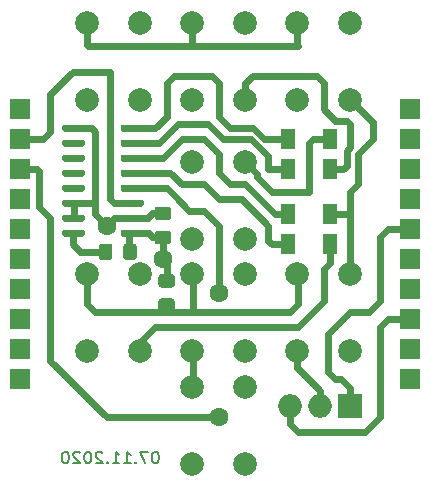
<source format=gbr>
G04 #@! TF.GenerationSoftware,KiCad,Pcbnew,(5.1.8)-1*
G04 #@! TF.CreationDate,2020-11-07T15:34:37+03:00*
G04 #@! TF.ProjectId,ArrowKbd,4172726f-774b-4626-942e-6b696361645f,rev?*
G04 #@! TF.SameCoordinates,Original*
G04 #@! TF.FileFunction,Copper,L2,Bot*
G04 #@! TF.FilePolarity,Positive*
%FSLAX46Y46*%
G04 Gerber Fmt 4.6, Leading zero omitted, Abs format (unit mm)*
G04 Created by KiCad (PCBNEW (5.1.8)-1) date 2020-11-07 15:34:37*
%MOMM*%
%LPD*%
G01*
G04 APERTURE LIST*
G04 #@! TA.AperFunction,NonConductor*
%ADD10C,0.200000*%
G04 #@! TD*
G04 #@! TA.AperFunction,ComponentPad*
%ADD11R,1.700000X1.700000*%
G04 #@! TD*
G04 #@! TA.AperFunction,SMDPad,CuDef*
%ADD12R,1.300000X1.700000*%
G04 #@! TD*
G04 #@! TA.AperFunction,ComponentPad*
%ADD13R,2.000000X2.000000*%
G04 #@! TD*
G04 #@! TA.AperFunction,ComponentPad*
%ADD14O,2.000000X2.000000*%
G04 #@! TD*
G04 #@! TA.AperFunction,ComponentPad*
%ADD15C,2.000000*%
G04 #@! TD*
G04 #@! TA.AperFunction,ViaPad*
%ADD16C,1.600000*%
G04 #@! TD*
G04 #@! TA.AperFunction,Conductor*
%ADD17C,0.600000*%
G04 #@! TD*
G04 APERTURE END LIST*
D10*
X104187142Y-88669880D02*
X104091904Y-88669880D01*
X103996666Y-88717500D01*
X103949047Y-88765119D01*
X103901428Y-88860357D01*
X103853809Y-89050833D01*
X103853809Y-89288928D01*
X103901428Y-89479404D01*
X103949047Y-89574642D01*
X103996666Y-89622261D01*
X104091904Y-89669880D01*
X104187142Y-89669880D01*
X104282380Y-89622261D01*
X104330000Y-89574642D01*
X104377619Y-89479404D01*
X104425238Y-89288928D01*
X104425238Y-89050833D01*
X104377619Y-88860357D01*
X104330000Y-88765119D01*
X104282380Y-88717500D01*
X104187142Y-88669880D01*
X103520476Y-88669880D02*
X102853809Y-88669880D01*
X103282380Y-89669880D01*
X102472857Y-89574642D02*
X102425238Y-89622261D01*
X102472857Y-89669880D01*
X102520476Y-89622261D01*
X102472857Y-89574642D01*
X102472857Y-89669880D01*
X101472857Y-89669880D02*
X102044285Y-89669880D01*
X101758571Y-89669880D02*
X101758571Y-88669880D01*
X101853809Y-88812738D01*
X101949047Y-88907976D01*
X102044285Y-88955595D01*
X100520476Y-89669880D02*
X101091904Y-89669880D01*
X100806190Y-89669880D02*
X100806190Y-88669880D01*
X100901428Y-88812738D01*
X100996666Y-88907976D01*
X101091904Y-88955595D01*
X100091904Y-89574642D02*
X100044285Y-89622261D01*
X100091904Y-89669880D01*
X100139523Y-89622261D01*
X100091904Y-89574642D01*
X100091904Y-89669880D01*
X99663333Y-88765119D02*
X99615714Y-88717500D01*
X99520476Y-88669880D01*
X99282380Y-88669880D01*
X99187142Y-88717500D01*
X99139523Y-88765119D01*
X99091904Y-88860357D01*
X99091904Y-88955595D01*
X99139523Y-89098452D01*
X99710952Y-89669880D01*
X99091904Y-89669880D01*
X98472857Y-88669880D02*
X98377619Y-88669880D01*
X98282380Y-88717500D01*
X98234761Y-88765119D01*
X98187142Y-88860357D01*
X98139523Y-89050833D01*
X98139523Y-89288928D01*
X98187142Y-89479404D01*
X98234761Y-89574642D01*
X98282380Y-89622261D01*
X98377619Y-89669880D01*
X98472857Y-89669880D01*
X98568095Y-89622261D01*
X98615714Y-89574642D01*
X98663333Y-89479404D01*
X98710952Y-89288928D01*
X98710952Y-89050833D01*
X98663333Y-88860357D01*
X98615714Y-88765119D01*
X98568095Y-88717500D01*
X98472857Y-88669880D01*
X97758571Y-88765119D02*
X97710952Y-88717500D01*
X97615714Y-88669880D01*
X97377619Y-88669880D01*
X97282380Y-88717500D01*
X97234761Y-88765119D01*
X97187142Y-88860357D01*
X97187142Y-88955595D01*
X97234761Y-89098452D01*
X97806190Y-89669880D01*
X97187142Y-89669880D01*
X96568095Y-88669880D02*
X96472857Y-88669880D01*
X96377619Y-88717500D01*
X96330000Y-88765119D01*
X96282380Y-88860357D01*
X96234761Y-89050833D01*
X96234761Y-89288928D01*
X96282380Y-89479404D01*
X96330000Y-89574642D01*
X96377619Y-89622261D01*
X96472857Y-89669880D01*
X96568095Y-89669880D01*
X96663333Y-89622261D01*
X96710952Y-89574642D01*
X96758571Y-89479404D01*
X96806190Y-89288928D01*
X96806190Y-89050833D01*
X96758571Y-88860357D01*
X96710952Y-88765119D01*
X96663333Y-88717500D01*
X96568095Y-88669880D01*
D11*
X125730000Y-82550000D03*
X125730000Y-80010000D03*
X125730000Y-77470000D03*
X125730000Y-74930000D03*
X125730000Y-72390000D03*
X125730000Y-69850000D03*
X125730000Y-67310000D03*
X125730000Y-64770000D03*
X125730000Y-62230000D03*
X125730000Y-59690000D03*
X92710000Y-62230000D03*
X92710000Y-64770000D03*
X92710000Y-67310000D03*
X92710000Y-69850000D03*
X92710000Y-72390000D03*
X92710000Y-74930000D03*
X92710000Y-77470000D03*
X92710000Y-80010000D03*
X92710000Y-59690000D03*
X92710000Y-82550000D03*
G04 #@! TA.AperFunction,SMDPad,CuDef*
G36*
G01*
X105225001Y-71132500D02*
X104324999Y-71132500D01*
G75*
G02*
X104075000Y-70882501I0J249999D01*
G01*
X104075000Y-70232499D01*
G75*
G02*
X104324999Y-69982500I249999J0D01*
G01*
X105225001Y-69982500D01*
G75*
G02*
X105475000Y-70232499I0J-249999D01*
G01*
X105475000Y-70882501D01*
G75*
G02*
X105225001Y-71132500I-249999J0D01*
G01*
G37*
G04 #@! TD.AperFunction*
G04 #@! TA.AperFunction,SMDPad,CuDef*
G36*
G01*
X105225001Y-69082500D02*
X104324999Y-69082500D01*
G75*
G02*
X104075000Y-68832501I0J249999D01*
G01*
X104075000Y-68182499D01*
G75*
G02*
X104324999Y-67932500I249999J0D01*
G01*
X105225001Y-67932500D01*
G75*
G02*
X105475000Y-68182499I0J-249999D01*
G01*
X105475000Y-68832501D01*
G75*
G02*
X105225001Y-69082500I-249999J0D01*
G01*
G37*
G04 #@! TD.AperFunction*
D12*
X118907500Y-71120000D03*
X115407500Y-71120000D03*
X115407500Y-68580000D03*
X118907500Y-68580000D03*
X115407500Y-64770000D03*
X118907500Y-64770000D03*
X118907500Y-62230000D03*
X115407500Y-62230000D03*
D13*
X120650000Y-84772500D03*
D14*
X118110000Y-84772500D03*
X115570000Y-84772500D03*
G04 #@! TA.AperFunction,SMDPad,CuDef*
G36*
G01*
X104642499Y-75697500D02*
X105542501Y-75697500D01*
G75*
G02*
X105792500Y-75947499I0J-249999D01*
G01*
X105792500Y-76597501D01*
G75*
G02*
X105542501Y-76847500I-249999J0D01*
G01*
X104642499Y-76847500D01*
G75*
G02*
X104392500Y-76597501I0J249999D01*
G01*
X104392500Y-75947499D01*
G75*
G02*
X104642499Y-75697500I249999J0D01*
G01*
G37*
G04 #@! TD.AperFunction*
G04 #@! TA.AperFunction,SMDPad,CuDef*
G36*
G01*
X104642499Y-73647500D02*
X105542501Y-73647500D01*
G75*
G02*
X105792500Y-73897499I0J-249999D01*
G01*
X105792500Y-74547501D01*
G75*
G02*
X105542501Y-74797500I-249999J0D01*
G01*
X104642499Y-74797500D01*
G75*
G02*
X104392500Y-74547501I0J249999D01*
G01*
X104392500Y-73897499D01*
G75*
G02*
X104642499Y-73647500I249999J0D01*
G01*
G37*
G04 #@! TD.AperFunction*
G04 #@! TA.AperFunction,SMDPad,CuDef*
G36*
G01*
X99365000Y-72205001D02*
X99365000Y-71304999D01*
G75*
G02*
X99614999Y-71055000I249999J0D01*
G01*
X100265001Y-71055000D01*
G75*
G02*
X100515000Y-71304999I0J-249999D01*
G01*
X100515000Y-72205001D01*
G75*
G02*
X100265001Y-72455000I-249999J0D01*
G01*
X99614999Y-72455000D01*
G75*
G02*
X99365000Y-72205001I0J249999D01*
G01*
G37*
G04 #@! TD.AperFunction*
G04 #@! TA.AperFunction,SMDPad,CuDef*
G36*
G01*
X101415000Y-72205001D02*
X101415000Y-71304999D01*
G75*
G02*
X101664999Y-71055000I249999J0D01*
G01*
X102315001Y-71055000D01*
G75*
G02*
X102565000Y-71304999I0J-249999D01*
G01*
X102565000Y-72205001D01*
G75*
G02*
X102315001Y-72455000I-249999J0D01*
G01*
X101664999Y-72455000D01*
G75*
G02*
X101415000Y-72205001I0J249999D01*
G01*
G37*
G04 #@! TD.AperFunction*
D15*
X102870000Y-80160000D03*
X98370000Y-80160000D03*
X102870000Y-73660000D03*
X98370000Y-73660000D03*
X116150000Y-73660000D03*
X120650000Y-73660000D03*
X116150000Y-80160000D03*
X120650000Y-80160000D03*
X111760000Y-80160000D03*
X107260000Y-80160000D03*
X111760000Y-73660000D03*
X107260000Y-73660000D03*
X107260000Y-83185000D03*
X111760000Y-83185000D03*
X107260000Y-89685000D03*
X111760000Y-89685000D03*
X102870000Y-58887500D03*
X98370000Y-58887500D03*
X102870000Y-52387500D03*
X98370000Y-52387500D03*
X116150000Y-52387500D03*
X120650000Y-52387500D03*
X116150000Y-58887500D03*
X120650000Y-58887500D03*
X107260000Y-52387500D03*
X111760000Y-52387500D03*
X107260000Y-58887500D03*
X111760000Y-58887500D03*
X111760000Y-70635000D03*
X107260000Y-70635000D03*
X111760000Y-64135000D03*
X107260000Y-64135000D03*
G04 #@! TA.AperFunction,SMDPad,CuDef*
G36*
G01*
X96245000Y-70317500D02*
X96245000Y-70017500D01*
G75*
G02*
X96395000Y-69867500I150000J0D01*
G01*
X98045000Y-69867500D01*
G75*
G02*
X98195000Y-70017500I0J-150000D01*
G01*
X98195000Y-70317500D01*
G75*
G02*
X98045000Y-70467500I-150000J0D01*
G01*
X96395000Y-70467500D01*
G75*
G02*
X96245000Y-70317500I0J150000D01*
G01*
G37*
G04 #@! TD.AperFunction*
G04 #@! TA.AperFunction,SMDPad,CuDef*
G36*
G01*
X96245000Y-69047500D02*
X96245000Y-68747500D01*
G75*
G02*
X96395000Y-68597500I150000J0D01*
G01*
X98045000Y-68597500D01*
G75*
G02*
X98195000Y-68747500I0J-150000D01*
G01*
X98195000Y-69047500D01*
G75*
G02*
X98045000Y-69197500I-150000J0D01*
G01*
X96395000Y-69197500D01*
G75*
G02*
X96245000Y-69047500I0J150000D01*
G01*
G37*
G04 #@! TD.AperFunction*
G04 #@! TA.AperFunction,SMDPad,CuDef*
G36*
G01*
X96245000Y-67777500D02*
X96245000Y-67477500D01*
G75*
G02*
X96395000Y-67327500I150000J0D01*
G01*
X98045000Y-67327500D01*
G75*
G02*
X98195000Y-67477500I0J-150000D01*
G01*
X98195000Y-67777500D01*
G75*
G02*
X98045000Y-67927500I-150000J0D01*
G01*
X96395000Y-67927500D01*
G75*
G02*
X96245000Y-67777500I0J150000D01*
G01*
G37*
G04 #@! TD.AperFunction*
G04 #@! TA.AperFunction,SMDPad,CuDef*
G36*
G01*
X96245000Y-66507500D02*
X96245000Y-66207500D01*
G75*
G02*
X96395000Y-66057500I150000J0D01*
G01*
X98045000Y-66057500D01*
G75*
G02*
X98195000Y-66207500I0J-150000D01*
G01*
X98195000Y-66507500D01*
G75*
G02*
X98045000Y-66657500I-150000J0D01*
G01*
X96395000Y-66657500D01*
G75*
G02*
X96245000Y-66507500I0J150000D01*
G01*
G37*
G04 #@! TD.AperFunction*
G04 #@! TA.AperFunction,SMDPad,CuDef*
G36*
G01*
X96245000Y-65237500D02*
X96245000Y-64937500D01*
G75*
G02*
X96395000Y-64787500I150000J0D01*
G01*
X98045000Y-64787500D01*
G75*
G02*
X98195000Y-64937500I0J-150000D01*
G01*
X98195000Y-65237500D01*
G75*
G02*
X98045000Y-65387500I-150000J0D01*
G01*
X96395000Y-65387500D01*
G75*
G02*
X96245000Y-65237500I0J150000D01*
G01*
G37*
G04 #@! TD.AperFunction*
G04 #@! TA.AperFunction,SMDPad,CuDef*
G36*
G01*
X96245000Y-63967500D02*
X96245000Y-63667500D01*
G75*
G02*
X96395000Y-63517500I150000J0D01*
G01*
X98045000Y-63517500D01*
G75*
G02*
X98195000Y-63667500I0J-150000D01*
G01*
X98195000Y-63967500D01*
G75*
G02*
X98045000Y-64117500I-150000J0D01*
G01*
X96395000Y-64117500D01*
G75*
G02*
X96245000Y-63967500I0J150000D01*
G01*
G37*
G04 #@! TD.AperFunction*
G04 #@! TA.AperFunction,SMDPad,CuDef*
G36*
G01*
X96245000Y-62697500D02*
X96245000Y-62397500D01*
G75*
G02*
X96395000Y-62247500I150000J0D01*
G01*
X98045000Y-62247500D01*
G75*
G02*
X98195000Y-62397500I0J-150000D01*
G01*
X98195000Y-62697500D01*
G75*
G02*
X98045000Y-62847500I-150000J0D01*
G01*
X96395000Y-62847500D01*
G75*
G02*
X96245000Y-62697500I0J150000D01*
G01*
G37*
G04 #@! TD.AperFunction*
G04 #@! TA.AperFunction,SMDPad,CuDef*
G36*
G01*
X96245000Y-61427500D02*
X96245000Y-61127500D01*
G75*
G02*
X96395000Y-60977500I150000J0D01*
G01*
X98045000Y-60977500D01*
G75*
G02*
X98195000Y-61127500I0J-150000D01*
G01*
X98195000Y-61427500D01*
G75*
G02*
X98045000Y-61577500I-150000J0D01*
G01*
X96395000Y-61577500D01*
G75*
G02*
X96245000Y-61427500I0J150000D01*
G01*
G37*
G04 #@! TD.AperFunction*
G04 #@! TA.AperFunction,SMDPad,CuDef*
G36*
G01*
X101195000Y-61427500D02*
X101195000Y-61127500D01*
G75*
G02*
X101345000Y-60977500I150000J0D01*
G01*
X102995000Y-60977500D01*
G75*
G02*
X103145000Y-61127500I0J-150000D01*
G01*
X103145000Y-61427500D01*
G75*
G02*
X102995000Y-61577500I-150000J0D01*
G01*
X101345000Y-61577500D01*
G75*
G02*
X101195000Y-61427500I0J150000D01*
G01*
G37*
G04 #@! TD.AperFunction*
G04 #@! TA.AperFunction,SMDPad,CuDef*
G36*
G01*
X101195000Y-62697500D02*
X101195000Y-62397500D01*
G75*
G02*
X101345000Y-62247500I150000J0D01*
G01*
X102995000Y-62247500D01*
G75*
G02*
X103145000Y-62397500I0J-150000D01*
G01*
X103145000Y-62697500D01*
G75*
G02*
X102995000Y-62847500I-150000J0D01*
G01*
X101345000Y-62847500D01*
G75*
G02*
X101195000Y-62697500I0J150000D01*
G01*
G37*
G04 #@! TD.AperFunction*
G04 #@! TA.AperFunction,SMDPad,CuDef*
G36*
G01*
X101195000Y-63967500D02*
X101195000Y-63667500D01*
G75*
G02*
X101345000Y-63517500I150000J0D01*
G01*
X102995000Y-63517500D01*
G75*
G02*
X103145000Y-63667500I0J-150000D01*
G01*
X103145000Y-63967500D01*
G75*
G02*
X102995000Y-64117500I-150000J0D01*
G01*
X101345000Y-64117500D01*
G75*
G02*
X101195000Y-63967500I0J150000D01*
G01*
G37*
G04 #@! TD.AperFunction*
G04 #@! TA.AperFunction,SMDPad,CuDef*
G36*
G01*
X101195000Y-65237500D02*
X101195000Y-64937500D01*
G75*
G02*
X101345000Y-64787500I150000J0D01*
G01*
X102995000Y-64787500D01*
G75*
G02*
X103145000Y-64937500I0J-150000D01*
G01*
X103145000Y-65237500D01*
G75*
G02*
X102995000Y-65387500I-150000J0D01*
G01*
X101345000Y-65387500D01*
G75*
G02*
X101195000Y-65237500I0J150000D01*
G01*
G37*
G04 #@! TD.AperFunction*
G04 #@! TA.AperFunction,SMDPad,CuDef*
G36*
G01*
X101195000Y-66507500D02*
X101195000Y-66207500D01*
G75*
G02*
X101345000Y-66057500I150000J0D01*
G01*
X102995000Y-66057500D01*
G75*
G02*
X103145000Y-66207500I0J-150000D01*
G01*
X103145000Y-66507500D01*
G75*
G02*
X102995000Y-66657500I-150000J0D01*
G01*
X101345000Y-66657500D01*
G75*
G02*
X101195000Y-66507500I0J150000D01*
G01*
G37*
G04 #@! TD.AperFunction*
G04 #@! TA.AperFunction,SMDPad,CuDef*
G36*
G01*
X101195000Y-67777500D02*
X101195000Y-67477500D01*
G75*
G02*
X101345000Y-67327500I150000J0D01*
G01*
X102995000Y-67327500D01*
G75*
G02*
X103145000Y-67477500I0J-150000D01*
G01*
X103145000Y-67777500D01*
G75*
G02*
X102995000Y-67927500I-150000J0D01*
G01*
X101345000Y-67927500D01*
G75*
G02*
X101195000Y-67777500I0J150000D01*
G01*
G37*
G04 #@! TD.AperFunction*
G04 #@! TA.AperFunction,SMDPad,CuDef*
G36*
G01*
X101195000Y-69047500D02*
X101195000Y-68747500D01*
G75*
G02*
X101345000Y-68597500I150000J0D01*
G01*
X102995000Y-68597500D01*
G75*
G02*
X103145000Y-68747500I0J-150000D01*
G01*
X103145000Y-69047500D01*
G75*
G02*
X102995000Y-69197500I-150000J0D01*
G01*
X101345000Y-69197500D01*
G75*
G02*
X101195000Y-69047500I0J150000D01*
G01*
G37*
G04 #@! TD.AperFunction*
G04 #@! TA.AperFunction,SMDPad,CuDef*
G36*
G01*
X101195000Y-70317500D02*
X101195000Y-70017500D01*
G75*
G02*
X101345000Y-69867500I150000J0D01*
G01*
X102995000Y-69867500D01*
G75*
G02*
X103145000Y-70017500I0J-150000D01*
G01*
X103145000Y-70317500D01*
G75*
G02*
X102995000Y-70467500I-150000J0D01*
G01*
X101345000Y-70467500D01*
G75*
G02*
X101195000Y-70317500I0J150000D01*
G01*
G37*
G04 #@! TD.AperFunction*
D16*
X109537500Y-75247500D03*
X109537500Y-85725000D03*
X104775000Y-72390000D03*
X100012500Y-69532500D03*
D17*
X121920000Y-86995000D02*
X116205000Y-86995000D01*
X123825000Y-77470000D02*
X123190000Y-78105000D01*
X125730000Y-77470000D02*
X123825000Y-77470000D01*
X115570000Y-86360000D02*
X115570000Y-84772500D01*
X123190000Y-78105000D02*
X123190000Y-85725000D01*
X116205000Y-86995000D02*
X115570000Y-86360000D01*
X123190000Y-85725000D02*
X121920000Y-86995000D01*
X123190000Y-75882500D02*
X123190000Y-70485000D01*
X122237500Y-76835000D02*
X123190000Y-75882500D01*
X123825000Y-69850000D02*
X125730000Y-69850000D01*
X120650000Y-76835000D02*
X122237500Y-76835000D01*
X118745000Y-78740000D02*
X120650000Y-76835000D01*
X120650000Y-83322500D02*
X119877500Y-82550000D01*
X119380000Y-82550000D02*
X118745000Y-81915000D01*
X120650000Y-84772500D02*
X120650000Y-83322500D01*
X123190000Y-70485000D02*
X123825000Y-69850000D01*
X119877500Y-82550000D02*
X119380000Y-82550000D01*
X118745000Y-81915000D02*
X118745000Y-78740000D01*
X94297500Y-62230000D02*
X92710000Y-62230000D01*
X94615000Y-62230000D02*
X94297500Y-62230000D01*
X95250000Y-61595000D02*
X94615000Y-62230000D01*
X95250000Y-58420000D02*
X95250000Y-61595000D01*
X97155000Y-56515000D02*
X95250000Y-58420000D01*
X100330000Y-56515000D02*
X97155000Y-56515000D01*
X100330000Y-67310000D02*
X100330000Y-56515000D01*
X100647500Y-67627500D02*
X100330000Y-67310000D01*
X102170000Y-67627500D02*
X100647500Y-67627500D01*
X94160000Y-64770000D02*
X94297500Y-64907500D01*
X92710000Y-64770000D02*
X94160000Y-64770000D01*
X94297500Y-64907500D02*
X94297500Y-67945000D01*
X94297500Y-67945000D02*
X95250000Y-68897500D01*
X102170000Y-66357500D02*
X105092500Y-66357500D01*
X105092500Y-66357500D02*
X106045000Y-67310000D01*
X106045000Y-67310000D02*
X106680000Y-67945000D01*
X106680000Y-67945000D02*
X106997500Y-68262500D01*
X106997500Y-68262500D02*
X108267500Y-68262500D01*
X108267500Y-68262500D02*
X109537500Y-69532500D01*
X109537500Y-69532500D02*
X109537500Y-75247500D01*
X95250000Y-68897500D02*
X95250000Y-80327500D01*
X95250000Y-80327500D02*
X95250000Y-80962500D01*
X95250000Y-80962500D02*
X100012500Y-85725000D01*
X100012500Y-85725000D02*
X109537500Y-85725000D01*
X109537500Y-85725000D02*
X109537500Y-85725000D01*
X98425000Y-54292500D02*
X107315000Y-54292500D01*
X107315000Y-54292500D02*
X116205000Y-54292500D01*
X107260000Y-54237500D02*
X107260000Y-52387500D01*
X107315000Y-54292500D02*
X107260000Y-54237500D01*
X116150000Y-54237500D02*
X116150000Y-52387500D01*
X116205000Y-54292500D02*
X116150000Y-54237500D01*
X98370000Y-54237500D02*
X98425000Y-54292500D01*
X98370000Y-52387500D02*
X98370000Y-54237500D01*
X104775000Y-70875000D02*
X104775000Y-72390000D01*
X101917500Y-70167500D02*
X101917500Y-71257500D01*
X103895000Y-70485000D02*
X104775000Y-70485000D01*
X102170000Y-70167500D02*
X103577500Y-70167500D01*
X103577500Y-70167500D02*
X103895000Y-70485000D01*
X105092500Y-72707500D02*
X104775000Y-72390000D01*
X105092500Y-74222500D02*
X105092500Y-72707500D01*
X102170000Y-68897500D02*
X103505000Y-68897500D01*
X103505000Y-68897500D02*
X103895000Y-68507500D01*
X103895000Y-68507500D02*
X104775000Y-68507500D01*
X100647500Y-68897500D02*
X102170000Y-68897500D01*
X100012500Y-69532500D02*
X100647500Y-68897500D01*
X99060000Y-68580000D02*
X100012500Y-69532500D01*
X98742500Y-61277500D02*
X99060000Y-61595000D01*
X98742500Y-61277500D02*
X97220000Y-61277500D01*
X97220000Y-67627500D02*
X99060000Y-67627500D01*
X99060000Y-67627500D02*
X99060000Y-68580000D01*
X99060000Y-61595000D02*
X99060000Y-67627500D01*
X97220000Y-67627500D02*
X97220000Y-68897500D01*
X118907500Y-72570000D02*
X118907500Y-71120000D01*
X118427500Y-73187500D02*
X118907500Y-72707500D01*
X102870000Y-80160000D02*
X102870000Y-79375000D01*
X104140000Y-78105000D02*
X116205000Y-78105000D01*
X102870000Y-79375000D02*
X104140000Y-78105000D01*
X116205000Y-78105000D02*
X118427500Y-75882500D01*
X118427500Y-75882500D02*
X118427500Y-73187500D01*
X113982500Y-71120000D02*
X115407500Y-71120000D01*
X113665000Y-70802500D02*
X113982500Y-71120000D01*
X113665000Y-69532500D02*
X113665000Y-70802500D01*
X111442500Y-67310000D02*
X113665000Y-69532500D01*
X109537500Y-67310000D02*
X111442500Y-67310000D01*
X108267500Y-66040000D02*
X109537500Y-67310000D01*
X106362500Y-66040000D02*
X108267500Y-66040000D01*
X105410000Y-65087500D02*
X106362500Y-66040000D01*
X102170000Y-65087500D02*
X105410000Y-65087500D01*
X104775000Y-63817500D02*
X102170000Y-63817500D01*
X106362500Y-62230000D02*
X104775000Y-63817500D01*
X108267500Y-62230000D02*
X106362500Y-62230000D01*
X109537500Y-65087500D02*
X109537500Y-63500000D01*
X110490000Y-66040000D02*
X109537500Y-65087500D01*
X111760000Y-66040000D02*
X110490000Y-66040000D01*
X109537500Y-63500000D02*
X108267500Y-62230000D01*
X114300000Y-68580000D02*
X111760000Y-66040000D01*
X115407500Y-68580000D02*
X114300000Y-68580000D01*
X120650000Y-73660000D02*
X120650000Y-67310000D01*
X118907500Y-68580000D02*
X120650000Y-68580000D01*
X121285000Y-63500000D02*
X122555000Y-62230000D01*
X122555000Y-60792500D02*
X120650000Y-58887500D01*
X122555000Y-62230000D02*
X122555000Y-60792500D01*
X121285000Y-63500000D02*
X121285000Y-66040000D01*
X121285000Y-66040000D02*
X120650000Y-66675000D01*
X120650000Y-66675000D02*
X120650000Y-67310000D01*
X113665000Y-64770000D02*
X115407500Y-64770000D01*
X113665000Y-63678884D02*
X113665000Y-64770000D01*
X112216116Y-62230000D02*
X113665000Y-63678884D01*
X104457500Y-62547500D02*
X106045000Y-60960000D01*
X102170000Y-62547500D02*
X104457500Y-62547500D01*
X106045000Y-60960000D02*
X108585000Y-60960000D01*
X108585000Y-60960000D02*
X109855000Y-62230000D01*
X109855000Y-62230000D02*
X112216116Y-62230000D01*
X111760000Y-57467500D02*
X111760000Y-58887500D01*
X117792500Y-56832500D02*
X112395000Y-56832500D01*
X118427500Y-57467500D02*
X117792500Y-56832500D01*
X118427500Y-59690000D02*
X118427500Y-57467500D01*
X120332500Y-60642500D02*
X119380000Y-60642500D01*
X118907500Y-64770000D02*
X120015000Y-64770000D01*
X120015000Y-64770000D02*
X120332500Y-64452500D01*
X112395000Y-56832500D02*
X111760000Y-57467500D01*
X120332500Y-64452500D02*
X120332500Y-63182500D01*
X120332500Y-63182500D02*
X120650000Y-62865000D01*
X120650000Y-62865000D02*
X120650000Y-60960000D01*
X119380000Y-60642500D02*
X118427500Y-59690000D01*
X120650000Y-60960000D02*
X120332500Y-60642500D01*
X112759999Y-65134999D02*
X112759999Y-65452499D01*
X111760000Y-64135000D02*
X112759999Y-65134999D01*
X112759999Y-65452499D02*
X113982500Y-66675000D01*
X113982500Y-66675000D02*
X117157500Y-66675000D01*
X117157500Y-66675000D02*
X117157500Y-62547500D01*
X117475000Y-62230000D02*
X118907500Y-62230000D01*
X117157500Y-62547500D02*
X117475000Y-62230000D01*
X113347500Y-62230000D02*
X115407500Y-62230000D01*
X112395000Y-61277500D02*
X113347500Y-62230000D01*
X110490000Y-61277500D02*
X109537500Y-60325000D01*
X110490000Y-61277500D02*
X112395000Y-61277500D01*
X104140000Y-61277500D02*
X105092500Y-60325000D01*
X104140000Y-61277500D02*
X102170000Y-61277500D01*
X105092500Y-57467500D02*
X105727500Y-56832500D01*
X105092500Y-57467500D02*
X105092500Y-60325000D01*
X108902500Y-56832500D02*
X109537500Y-57467500D01*
X109537500Y-60325000D02*
X109537500Y-57467500D01*
X108902500Y-56832500D02*
X105727500Y-56832500D01*
X107315000Y-73715000D02*
X107315000Y-75565000D01*
X107315000Y-83185000D02*
X107315000Y-80160000D01*
X116205000Y-75510000D02*
X116205000Y-73660000D01*
X116205000Y-76200000D02*
X116205000Y-75510000D01*
X115570000Y-76835000D02*
X116205000Y-76200000D01*
X107315000Y-75565000D02*
X107315000Y-76835000D01*
X102235000Y-76835000D02*
X107315000Y-76835000D01*
X107315000Y-76835000D02*
X115570000Y-76835000D01*
X116150000Y-80160000D02*
X116150000Y-81574213D01*
X116181713Y-81574213D02*
X118110000Y-83502500D01*
X116150000Y-81574213D02*
X116181713Y-81574213D01*
X118110000Y-83502500D02*
X118110000Y-84772500D01*
X98370000Y-73660000D02*
X98370000Y-76145000D01*
X99060000Y-76835000D02*
X102235000Y-76835000D01*
X98370000Y-76145000D02*
X99060000Y-76835000D01*
X99940000Y-71755000D02*
X97790000Y-71755000D01*
X97155000Y-70167500D02*
X97155000Y-71120000D01*
X97790000Y-71755000D02*
X97155000Y-71120000D01*
M02*

</source>
